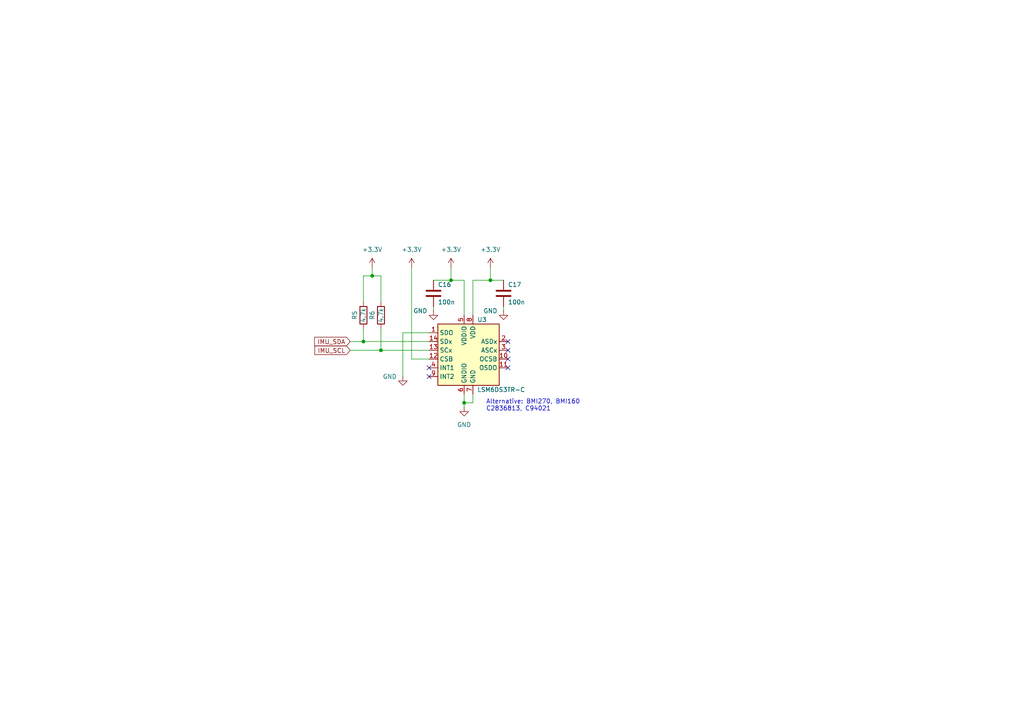
<source format=kicad_sch>
(kicad_sch (version 20231120) (generator "eeschema") (generator_version "8.0")
  (paper "A4")
  (lib_symbols
    (symbol "Device:C" (pin_numbers hide) (pin_names (offset 0.254))
      (property "Reference" "C" (at 0.635 2.54 0))
      (property "Value" "C" (at 0.635 -2.54 0))
      (symbol "C_0_1"
        (polyline (pts (xy -2.032 -0.762) (xy 2.032 -0.762)) (stroke (width 0.508)))
        (polyline (pts (xy -2.032 0.762) (xy 2.032 0.762)) (stroke (width 0.508)))
      )
      (symbol "C_1_1"
        (pin passive line (at 0 3.81 270) (length 2.794) (name "~") (number "1"))
        (pin passive line (at 0 -3.81 90) (length 2.794) (name "~") (number "2"))
      )
    )
    (symbol "Device:R" (pin_numbers hide) (pin_names (offset 0))
      (property "Reference" "R" (at 2.032 0 90))
      (property "Value" "R" (at 0 0 90))
      (symbol "R_0_1"
        (rectangle (start -1.016 -2.54) (end 1.016 2.54) (stroke (width 0.254)))
      )
      (symbol "R_1_1"
        (pin passive line (at 0 3.81 270) (length 1.27) (name "~") (number "1"))
        (pin passive line (at 0 -3.81 90) (length 1.27) (name "~") (number "2"))
      )
    )
    (symbol "Sensor_Motion:BMI160"
      (property "Reference" "U" (at -10.16 8.89 0))
      (property "Value" "BMI160" (at 7.62 8.89 0))
      (symbol "BMI160_1_1"
        (rectangle (start -10.16 7.62) (end 7.62 -10.16) (stroke (width 0.254)) (fill (type background)))
        (pin bidirectional line (at -12.7 5.08 0) (length 2.54) (name "SDO") (number "1"))
        (pin bidirectional line (at 10.16 -2.54 180) (length 2.54) (name "OCSB") (number "10"))
        (pin bidirectional line (at 10.16 -5.08 180) (length 2.54) (name "OSDO") (number "11"))
        (pin input line (at -12.7 -2.54 0) (length 2.54) (name "CSB") (number "12"))
        (pin input line (at -12.7 0 0) (length 2.54) (name "SCx") (number "13"))
        (pin bidirectional line (at -12.7 2.54 0) (length 2.54) (name "SDx") (number "14"))
        (pin bidirectional line (at 10.16 2.54 180) (length 2.54) (name "ASDx") (number "2"))
        (pin output line (at 10.16 0 180) (length 2.54) (name "ASCx") (number "3"))
        (pin bidirectional line (at -12.7 -5.08 0) (length 2.54) (name "INT1") (number "4"))
        (pin power_in line (at -2.54 10.16 270) (length 2.54) (name "VDDIO") (number "5"))
        (pin power_in line (at -2.54 -12.7 90) (length 2.54) (name "GNDIO") (number "6"))
        (pin power_in line (at 0 -12.7 90) (length 2.54) (name "GND") (number "7"))
        (pin power_in line (at 0 10.16 270) (length 2.54) (name "VDD") (number "8"))
        (pin bidirectional line (at -12.7 -7.62 0) (length 2.54) (name "INT2") (number "9"))
      )
    )
    (symbol "power:+3.3V" (power) (pin_numbers hide) (pin_names (offset 0) hide)
      (property "Value" "+3.3V" (at 0 3.556 0))
      (symbol "+3.3V_0_1"
        (polyline (pts (xy -0.762 1.27) (xy 0 2.54)))
        (polyline (pts (xy 0 0) (xy 0 2.54)))
        (polyline (pts (xy 0 2.54) (xy 0.762 1.27)))
      )
      (symbol "+3.3V_1_1"
        (pin power_in line (at 0 0 90) (length 0) (name "~") (number "1"))
      )
    )
    (symbol "power:GND" (power) (pin_numbers hide) (pin_names (offset 0) hide)
      (property "Value" "GND" (at 0 -3.81 0))
      (symbol "GND_0_1"
        (polyline (pts (xy 0 0) (xy 0 -1.27) (xy 1.27 -1.27) (xy 0 -2.54) (xy -1.27 -1.27) (xy 0 -1.27)))
      )
      (symbol "GND_1_1"
        (pin power_in line (at 0 0 270) (length 0) (name "~") (number "1"))
      )
    )
  )
  (junction (at 142.24 81.28))
  (junction (at 134.62 116.84))
  (junction (at 130.81 81.28))
  (junction (at 105.41 99.06))
  (junction (at 110.49 101.6))
  (junction (at 107.95 80.01))
  (no_connect (at 147.32 99.06))
  (no_connect (at 147.32 101.6))
  (no_connect (at 124.46 106.68))
  (no_connect (at 147.32 104.14))
  (no_connect (at 124.46 109.22))
  (no_connect (at 147.32 106.68))
  (wire (pts (xy 105.41 95.25) (xy 105.41 99.06)))
  (wire (pts (xy 142.24 81.28) (xy 146.05 81.28)))
  (wire (pts (xy 130.81 77.47) (xy 130.81 81.28)))
  (wire (pts (xy 134.62 81.28) (xy 130.81 81.28)))
  (wire (pts (xy 130.81 81.28) (xy 125.73 81.28)))
  (wire (pts (xy 110.49 95.25) (xy 110.49 101.6)))
  (wire (pts (xy 110.49 87.63) (xy 110.49 80.01)))
  (wire (pts (xy 137.16 81.28) (xy 142.24 81.28)))
  (wire (pts (xy 124.46 104.14) (xy 119.38 104.14)))
  (wire (pts (xy 105.41 80.01) (xy 107.95 80.01)))
  (wire (pts (xy 110.49 101.6) (xy 124.46 101.6)))
  (wire (pts (xy 134.62 116.84) (xy 134.62 118.11)))
  (wire (pts (xy 124.46 96.52) (xy 116.84 96.52)))
  (wire (pts (xy 105.41 87.63) (xy 105.41 80.01)))
  (wire (pts (xy 116.84 96.52) (xy 116.84 109.22)))
  (wire (pts (xy 105.41 99.06) (xy 124.46 99.06)))
  (wire (pts (xy 137.16 116.84) (xy 134.62 116.84)))
  (wire (pts (xy 137.16 114.3) (xy 137.16 116.84)))
  (wire (pts (xy 142.24 77.47) (xy 142.24 81.28)))
  (wire (pts (xy 107.95 77.47) (xy 107.95 80.01)))
  (wire (pts (xy 101.6 99.06) (xy 105.41 99.06)))
  (wire (pts (xy 146.05 88.9) (xy 146.05 90.17)))
  (wire (pts (xy 101.6 101.6) (xy 110.49 101.6)))
  (wire (pts (xy 137.16 81.28) (xy 137.16 91.44)))
  (wire (pts (xy 119.38 77.47) (xy 119.38 104.14)))
  (wire (pts (xy 134.62 81.28) (xy 134.62 91.44)))
  (wire (pts (xy 134.62 114.3) (xy 134.62 116.84)))
  (wire (pts (xy 125.73 88.9) (xy 125.73 90.17)))
  (wire (pts (xy 107.95 80.01) (xy 110.49 80.01)))
  (text "Alternative: BMI270, BMI160\nC2836813, C94021" (at 140.97 119.38 0) (effects (font (size 1.27 1.27)) (justify left bottom)))
  (global_label "IMU_SCL" (shape input) (at 101.6 101.6 180) (property "Intersheetrefs" "${INTERSHEET_REFS}" (effects (hide yes))))
  (global_label "IMU_SDA" (shape input) (at 101.6 99.06 180) (property "Intersheetrefs" "${INTERSHEET_REFS}" (effects (hide yes))))
  (symbol (lib_id "power:GND") (at 134.62 118.11 0) (unit 1)
    (property "Reference" "#PWR023" (effects (hide yes)))
    (property "Value" "GND" (at 134.62 123.19 0))
    (property "Description" "Power symbol creates a global label with name \"GND\" , ground" (effects (hide yes)))
  )
  (symbol (lib_id "Sensor_Motion:BMI160") (at 137.16 101.6 0) (unit 1)
    (property "Reference" "U3" (at 138.43 92.71 0) (effects (justify left)))
    (property "Value" "LSM6DS3TR-C" (at 138.43 113.03 0) (effects (justify left)))
    (property "Footprint" "Package_LGA:Bosch_LGA-14_3x2.5mm_P0.5mm" (effects (hide yes)))
    (property "Datasheet" "https://www.bosch-sensortec.com/media/boschsensortec/downloads/datasheets/bst-bmi160-ds000.pdf" (effects (hide yes)))
    (property "MPN" "C967633" (effects (hide yes)))
  )
  (symbol (lib_id "power:+3.3V") (at 119.38 77.47 0) (unit 1)
    (property "Reference" "#PWR020" (effects (hide yes)))
    (property "Value" "+3.3V" (at 119.38 72.39 0))
    (property "Description" "Power symbol creates a global label with name \"+3.3V\"" (effects (hide yes)))
  )
  (symbol (lib_id "Device:R") (at 105.41 91.44 0) (unit 1)
    (property "Reference" "R5" (at 102.87 91.44 90))
    (property "Value" "4.7k" (at 105.41 91.44 90))
    (property "Footprint" "Resistor_SMD:R_0603_1608Metric" (effects (hide yes)))
    (property "MPN" "C23162" (effects (hide yes)))
  )
  (symbol (lib_id "power:+3.3V") (at 142.24 77.47 0) (unit 1)
    (property "Reference" "#PWR024" (effects (hide yes)))
    (property "Value" "+3.3V" (at 142.24 72.39 0))
    (property "Description" "Power symbol creates a global label with name \"+3.3V\"" (effects (hide yes)))
  )
  (symbol (lib_id "power:+3.3V") (at 130.81 77.47 0) (unit 1)
    (property "Reference" "#PWR022" (effects (hide yes)))
    (property "Value" "+3.3V" (at 130.81 72.39 0))
    (property "Description" "Power symbol creates a global label with name \"+3.3V\"" (effects (hide yes)))
  )
  (symbol (lib_id "Device:C") (at 125.73 85.09 0) (unit 1)
    (property "Reference" "C16" (at 127 82.55 0) (effects (justify left)))
    (property "Value" "100n" (at 127 87.63 0) (effects (justify left)))
    (property "Footprint" "GigaVescLibs:C_0603_1608Metric_L" (effects (hide yes)))
    (property "MPN" "C14663" (effects (hide yes)))
  )
  (symbol (lib_id "power:GND") (at 116.84 109.22 0) (unit 1)
    (property "Reference" "#PWR019" (effects (hide yes)))
    (property "Value" "GND" (at 113.03 109.22 0))
    (property "Description" "Power symbol creates a global label with name \"GND\" , ground" (effects (hide yes)))
  )
  (symbol (lib_id "Device:C") (at 146.05 85.09 0) (unit 1)
    (property "Reference" "C17" (at 147.32 82.55 0) (effects (justify left)))
    (property "Value" "100n" (at 147.32 87.63 0) (effects (justify left)))
    (property "Footprint" "GigaVescLibs:C_0603_1608Metric_L" (effects (hide yes)))
    (property "MPN" "C14663" (effects (hide yes)))
  )
  (symbol (lib_id "power:GND") (at 125.73 90.17 0) (unit 1)
    (property "Reference" "#PWR021" (effects (hide yes)))
    (property "Value" "GND" (at 121.92 90.17 0))
    (property "Description" "Power symbol creates a global label with name \"GND\" , ground" (effects (hide yes)))
  )
  (symbol (lib_id "Device:R") (at 110.49 91.44 0) (unit 1)
    (property "Reference" "R6" (at 107.95 91.44 90))
    (property "Value" "4.7k" (at 110.49 91.44 90))
    (property "Footprint" "Resistor_SMD:R_0603_1608Metric" (effects (hide yes)))
    (property "MPN" "C23162" (effects (hide yes)))
  )
  (symbol (lib_id "power:GND") (at 146.05 90.17 0) (unit 1)
    (property "Reference" "#PWR025" (effects (hide yes)))
    (property "Value" "GND" (at 142.24 90.17 0))
    (property "Description" "Power symbol creates a global label with name \"GND\" , ground" (effects (hide yes)))
  )
  (symbol (lib_id "power:+3.3V") (at 107.95 77.47 0) (unit 1)
    (property "Reference" "#PWR018" (effects (hide yes)))
    (property "Value" "+3.3V" (at 107.95 72.39 0))
    (property "Description" "Power symbol creates a global label with name \"+3.3V\"" (effects (hide yes)))
  )
)
</source>
